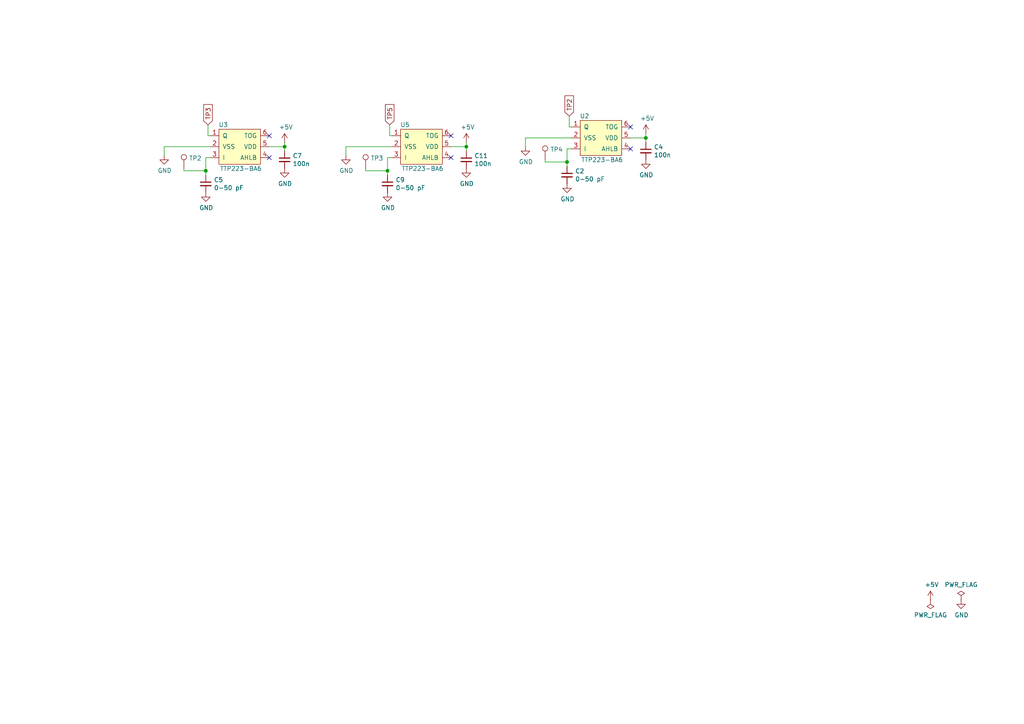
<source format=kicad_sch>
(kicad_sch (version 20211123) (generator eeschema)
  (paper "A4")
  (lib_symbols
    (symbol "Connector:TestPoint" (pin_numbers hide) (pin_names (offset 0.762) hide)
      (property "Reference" "TP" (at 0 6.858 0))
      (property "Value" "TestPoint" (at 0 5.08 0))
      (symbol "TestPoint_0_1"
        (circle (center 0 3.302) (radius 0.762))
      )
      (symbol "TestPoint_1_1"
        (pin passive line (at 0 0 90) (length 2.54) (name "1") (number "1"))
      )
    )
    (symbol "Device:C_Small" (pin_numbers hide) (pin_names (offset 0.254) hide)
      (property "Reference" "C" (at 0.254 1.778 0))
      (property "Value" "C_Small" (at 0.254 -2.032 0))
      (symbol "C_Small_0_1"
        (polyline (pts (xy -1.524 -0.508) (xy 1.524 -0.508)) (stroke (width 0.3302)))
        (polyline (pts (xy -1.524 0.508) (xy 1.524 0.508)) (stroke (width 0.3048)))
      )
      (symbol "C_Small_1_1"
        (pin passive line (at 0 2.54 270) (length 2.032) (name "~") (number "1"))
        (pin passive line (at 0 -2.54 90) (length 2.032) (name "~") (number "2"))
      )
    )
    (symbol "power:+5V" (power) (pin_names (offset 0))
      (property "Value" "+5V" (at 0 3.556 0))
      (symbol "+5V_0_1"
        (polyline (pts (xy -0.762 1.27) (xy 0 2.54)))
        (polyline (pts (xy 0 0) (xy 0 2.54)))
        (polyline (pts (xy 0 2.54) (xy 0.762 1.27)))
      )
      (symbol "+5V_1_1"
        (pin power_in line (at 0 0 90) (length 0) hide (name "+5V") (number "1"))
      )
    )
    (symbol "power:GND" (power) (pin_names (offset 0))
      (property "Value" "GND" (at 0 -3.81 0))
      (symbol "GND_0_1"
        (polyline (pts (xy 0 0) (xy 0 -1.27) (xy 1.27 -1.27) (xy 0 -2.54) (xy -1.27 -1.27) (xy 0 -1.27)))
      )
      (symbol "GND_1_1"
        (pin power_in line (at 0 0 270) (length 0) hide (name "GND") (number "1"))
      )
    )
    (symbol "power:PWR_FLAG" (power) (pin_numbers hide) (pin_names (offset 0) hide)
      (property "Value" "PWR_FLAG" (at 0 3.81 0))
      (symbol "PWR_FLAG_0_0"
        (pin power_out line (at 0 0 90) (length 0) (name "pwr") (number "1"))
      )
      (symbol "PWR_FLAG_0_1"
        (polyline (pts (xy 0 0) (xy 0 1.27) (xy -1.016 1.905) (xy 0 2.54) (xy 1.016 1.905) (xy 0 1.27)))
      )
    )
    (symbol "ttp223-ba6:TTP223-BA6" (pin_names (offset 1.016))
      (property "Reference" "U" (at 0 -1.27 0))
      (property "Value" "TTP223-BA6" (at 0 -1.27 0))
      (symbol "TTP223-BA6_0_1"
        (rectangle (start -5.715 10.16) (end 6.35 0) (fill (type background)))
      )
      (symbol "TTP223-BA6_1_1"
        (pin passive line (at -8.255 8.255 0) (length 2.54) (name "Q") (number "1"))
        (pin passive line (at -8.255 5.08 0) (length 2.54) (name "VSS") (number "2"))
        (pin passive line (at -8.255 1.905 0) (length 2.54) (name "I") (number "3"))
        (pin passive line (at 8.89 1.905 180) (length 2.54) (name "AHLB") (number "4"))
        (pin passive line (at 8.89 5.08 180) (length 2.54) (name "VDD") (number "5"))
        (pin passive line (at 8.89 8.255 180) (length 2.54) (name "TOG") (number "6"))
      )
    )
  )
  (junction (at 187.325 40.005))
  (junction (at 164.465 46.99))
  (junction (at 112.395 49.53))
  (junction (at 82.55 42.545))
  (junction (at 135.255 42.545))
  (junction (at 59.69 49.53))
  (no_connect (at 182.88 43.18))
  (no_connect (at 130.81 45.72))
  (no_connect (at 182.88 36.83))
  (no_connect (at 78.105 39.37))
  (no_connect (at 130.81 39.37))
  (no_connect (at 78.105 45.72))
  (wire (pts (xy 152.4 42.545) (xy 152.4 40.005)))
  (wire (pts (xy 47.625 42.545) (xy 60.96 42.545)))
  (wire (pts (xy 113.03 36.195) (xy 113.03 39.37)))
  (wire (pts (xy 82.55 42.545) (xy 82.55 41.275)))
  (wire (pts (xy 59.69 45.72) (xy 59.69 49.53)))
  (wire (pts (xy 165.735 43.18) (xy 164.465 43.18)))
  (wire (pts (xy 112.395 45.72) (xy 112.395 49.53)))
  (wire (pts (xy 113.665 45.72) (xy 112.395 45.72)))
  (wire (pts (xy 165.1 33.655) (xy 165.1 36.83)))
  (wire (pts (xy 106.045 49.53) (xy 112.395 49.53)))
  (wire (pts (xy 135.255 42.545) (xy 135.255 41.275)))
  (wire (pts (xy 182.88 40.005) (xy 187.325 40.005)))
  (wire (pts (xy 187.325 40.005) (xy 187.325 41.275)))
  (wire (pts (xy 164.465 46.99) (xy 164.465 48.26)))
  (wire (pts (xy 100.33 45.085) (xy 100.33 42.545)))
  (wire (pts (xy 152.4 40.005) (xy 165.735 40.005)))
  (wire (pts (xy 135.255 42.545) (xy 135.255 43.815)))
  (wire (pts (xy 78.105 42.545) (xy 82.55 42.545)))
  (wire (pts (xy 158.115 46.355) (xy 158.115 46.99)))
  (wire (pts (xy 60.96 45.72) (xy 59.69 45.72)))
  (wire (pts (xy 82.55 42.545) (xy 82.55 43.815)))
  (wire (pts (xy 187.325 40.005) (xy 187.325 38.735)))
  (wire (pts (xy 106.045 48.895) (xy 106.045 49.53)))
  (wire (pts (xy 53.34 49.53) (xy 59.69 49.53)))
  (wire (pts (xy 164.465 43.18) (xy 164.465 46.99)))
  (wire (pts (xy 100.33 42.545) (xy 113.665 42.545)))
  (wire (pts (xy 60.325 39.37) (xy 60.96 39.37)))
  (wire (pts (xy 130.81 42.545) (xy 135.255 42.545)))
  (wire (pts (xy 47.625 45.085) (xy 47.625 42.545)))
  (wire (pts (xy 60.325 36.195) (xy 60.325 39.37)))
  (wire (pts (xy 59.69 49.53) (xy 59.69 50.8)))
  (wire (pts (xy 112.395 49.53) (xy 112.395 50.8)))
  (wire (pts (xy 53.34 48.895) (xy 53.34 49.53)))
  (wire (pts (xy 158.115 46.99) (xy 164.465 46.99)))
  (wire (pts (xy 165.1 36.83) (xy 165.735 36.83)))
  (wire (pts (xy 113.03 39.37) (xy 113.665 39.37)))
  (global_label "TP5" (shape input) (at 113.03 36.195 90) (property "Intersheet References" "${INTERSHEET_REFS}" (effects hide)))
  (global_label "TP3" (shape input) (at 60.325 36.195 90) (property "Intersheet References" "${INTERSHEET_REFS}" (effects hide)))
  (global_label "TP2" (shape input) (at 165.1 33.655 90) (property "Intersheet References" "${INTERSHEET_REFS}" (effects hide)))
  (symbol (lib_id "power:GND") (at 278.765 173.99 0) (unit 1)
    (property "Reference" "#PWR01" (effects hide))
    (property "Value" "GND" (at 278.892 178.3842 0))
  )
  (symbol (lib_id "power:PWR_FLAG") (at 278.765 173.99 0) (unit 1)
    (property "Reference" "#FLG01" (effects hide))
    (property "Value" "PWR_FLAG" (at 278.765 169.5958 0))
  )
  (symbol (lib_id "power:PWR_FLAG") (at 269.875 173.99 180) (unit 1)
    (property "Reference" "#FLG02" (effects hide))
    (property "Value" "PWR_FLAG" (at 269.875 178.3842 0))
  )
  (symbol (lib_id "Connector:TestPoint") (at 53.34 48.895 0) (unit 1)
    (property "Reference" "TP2" (at 54.8132 45.8978 0) (effects (justify left)))
    (property "Value" "TestPoint" (effects hide))
    (property "Footprint" "Touchpad:TP_11mm_kvacica" (effects hide))
  )
  (symbol (lib_id "Connector:TestPoint") (at 106.045 48.895 0) (unit 1)
    (property "Reference" "TP3" (at 107.5182 45.8978 0) (effects (justify left)))
    (property "Value" "TestPoint" (effects hide))
    (property "Footprint" "Touchpad:TP_11mm_strelicaLijevo" (effects hide))
  )
  (symbol (lib_id "power:+5V") (at 269.875 173.99 0) (unit 1)
    (property "Reference" "#PWR0101" (effects hide))
    (property "Value" "+5V" (at 270.256 169.5958 0))
  )
  (symbol (lib_id "power:+5V") (at 187.325 38.735 0) (unit 1)
    (property "Reference" "#PWR0105" (effects hide))
    (property "Value" "+5V" (at 187.706 34.3408 0))
  )
  (symbol (lib_id "power:+5V") (at 82.55 41.275 0) (unit 1)
    (property "Reference" "#PWR0107" (effects hide))
    (property "Value" "+5V" (at 82.931 36.8808 0))
  )
  (symbol (lib_id "power:+5V") (at 135.255 41.275 0) (unit 1)
    (property "Reference" "#PWR0108" (effects hide))
    (property "Value" "+5V" (at 135.636 36.8808 0))
  )
  (symbol (lib_id "ttp223-ba6:TTP223-BA6") (at 69.215 47.625 0) (unit 1)
    (property "Reference" "U3" (at 64.77 36.195 0))
    (property "Value" "TTP223-BA6" (at 69.85 48.895 0))
    (property "Footprint" "Package_TO_SOT_SMD:SOT-23-6" (effects hide))
  )
  (symbol (lib_id "power:GND") (at 47.625 45.085 0) (unit 1)
    (property "Reference" "#PWR010" (effects hide))
    (property "Value" "GND" (at 47.752 49.4792 0))
  )
  (symbol (lib_id "power:GND") (at 59.69 55.88 0) (unit 1)
    (property "Reference" "#PWR012" (effects hide))
    (property "Value" "GND" (at 59.817 60.2742 0))
  )
  (symbol (lib_id "Device:C_Small") (at 59.69 53.34 0) (unit 1)
    (property "Reference" "C5" (at 62.0268 52.1716 0) (effects (justify left)))
    (property "Value" "0-50 pF" (at 62.0268 54.483 0) (effects (justify left)))
    (property "Footprint" "Capacitor_SMD:C_0603_1608Metric" (effects hide))
  )
  (symbol (lib_id "Device:C_Small") (at 82.55 46.355 0) (unit 1)
    (property "Reference" "C7" (at 84.8868 45.1866 0) (effects (justify left)))
    (property "Value" "100n" (at 84.8868 47.498 0) (effects (justify left)))
    (property "Footprint" "Capacitor_SMD:C_0603_1608Metric" (effects hide))
  )
  (symbol (lib_id "power:GND") (at 82.55 48.895 0) (unit 1)
    (property "Reference" "#PWR015" (effects hide))
    (property "Value" "GND" (at 82.677 53.2892 0))
  )
  (symbol (lib_id "ttp223-ba6:TTP223-BA6") (at 121.92 47.625 0) (unit 1)
    (property "Reference" "U5" (at 117.475 36.195 0))
    (property "Value" "TTP223-BA6" (at 122.555 48.895 0))
    (property "Footprint" "Package_TO_SOT_SMD:SOT-23-6" (effects hide))
  )
  (symbol (lib_id "power:GND") (at 100.33 45.085 0) (unit 1)
    (property "Reference" "#PWR018" (effects hide))
    (property "Value" "GND" (at 100.457 49.4792 0))
  )
  (symbol (lib_id "power:GND") (at 112.395 55.88 0) (unit 1)
    (property "Reference" "#PWR020" (effects hide))
    (property "Value" "GND" (at 112.522 60.2742 0))
  )
  (symbol (lib_id "Device:C_Small") (at 112.395 53.34 0) (unit 1)
    (property "Reference" "C9" (at 114.7318 52.1716 0) (effects (justify left)))
    (property "Value" "0-50 pF" (at 114.7318 54.483 0) (effects (justify left)))
    (property "Footprint" "Capacitor_SMD:C_0603_1608Metric" (effects hide))
  )
  (symbol (lib_id "Device:C_Small") (at 135.255 46.355 0) (unit 1)
    (property "Reference" "C11" (at 137.5918 45.1866 0) (effects (justify left)))
    (property "Value" "100n" (at 137.5918 47.498 0) (effects (justify left)))
    (property "Footprint" "Capacitor_SMD:C_0603_1608Metric" (effects hide))
  )
  (symbol (lib_id "power:GND") (at 135.255 48.895 0) (unit 1)
    (property "Reference" "#PWR023" (effects hide))
    (property "Value" "GND" (at 135.382 53.2892 0))
  )
  (symbol (lib_id "Connector:TestPoint") (at 158.115 46.355 0) (unit 1)
    (property "Reference" "TP4" (at 159.5882 43.3578 0) (effects (justify left)))
    (property "Value" "TestPoint" (effects hide))
    (property "Footprint" "Touchpad:TP_11mm_strelicaDesno" (effects hide))
  )
  (symbol (lib_id "ttp223-ba6:TTP223-BA6") (at 173.99 45.085 0) (unit 1)
    (property "Reference" "U2" (at 169.545 33.655 0))
    (property "Value" "TTP223-BA6" (at 174.625 46.355 0))
    (property "Footprint" "Package_TO_SOT_SMD:SOT-23-6" (effects hide))
  )
  (symbol (lib_id "power:GND") (at 152.4 42.545 0) (unit 1)
    (property "Reference" "#PWR03" (effects hide))
    (property "Value" "GND" (at 152.527 46.9392 0))
  )
  (symbol (lib_id "power:GND") (at 164.465 53.34 0) (unit 1)
    (property "Reference" "#PWR05" (effects hide))
    (property "Value" "GND" (at 164.592 57.7342 0))
  )
  (symbol (lib_id "Device:C_Small") (at 164.465 50.8 0) (unit 1)
    (property "Reference" "C2" (at 166.8018 49.6316 0) (effects (justify left)))
    (property "Value" "0-50 pF" (at 166.8018 51.943 0) (effects (justify left)))
    (property "Footprint" "Capacitor_SMD:C_0603_1608Metric" (effects hide))
  )
  (symbol (lib_id "Device:C_Small") (at 187.325 43.815 0) (unit 1)
    (property "Reference" "C4" (at 189.6618 42.6466 0) (effects (justify left)))
    (property "Value" "100n" (at 189.6618 44.958 0) (effects (justify left)))
    (property "Footprint" "Capacitor_SMD:C_0603_1608Metric" (effects hide))
  )
  (symbol (lib_id "power:GND") (at 187.325 46.355 0) (unit 1)
    (property "Reference" "#PWR09" (effects hide))
    (property "Value" "GND" (at 187.452 50.7492 0))
  )
)
</source>
